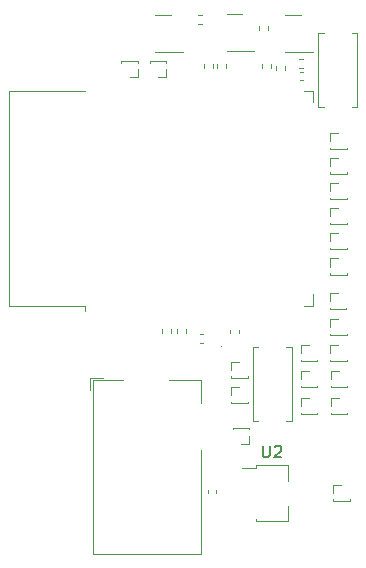
<source format=gbr>
G04 #@! TF.GenerationSoftware,KiCad,Pcbnew,7.0.1-0*
G04 #@! TF.CreationDate,2025-03-17T17:28:37+01:00*
G04 #@! TF.ProjectId,LED-Controller,4c45442d-436f-46e7-9472-6f6c6c65722e,rev?*
G04 #@! TF.SameCoordinates,Original*
G04 #@! TF.FileFunction,Legend,Top*
G04 #@! TF.FilePolarity,Positive*
%FSLAX46Y46*%
G04 Gerber Fmt 4.6, Leading zero omitted, Abs format (unit mm)*
G04 Created by KiCad (PCBNEW 7.0.1-0) date 2025-03-17 17:28:37*
%MOMM*%
%LPD*%
G01*
G04 APERTURE LIST*
%ADD10C,0.150000*%
%ADD11C,0.120000*%
%ADD12C,0.100000*%
G04 APERTURE END LIST*
D10*
G04 #@! TO.C,U2*
X160680495Y-121540219D02*
X160680495Y-122349742D01*
X160680495Y-122349742D02*
X160728114Y-122444980D01*
X160728114Y-122444980D02*
X160775733Y-122492600D01*
X160775733Y-122492600D02*
X160870971Y-122540219D01*
X160870971Y-122540219D02*
X161061447Y-122540219D01*
X161061447Y-122540219D02*
X161156685Y-122492600D01*
X161156685Y-122492600D02*
X161204304Y-122444980D01*
X161204304Y-122444980D02*
X161251923Y-122349742D01*
X161251923Y-122349742D02*
X161251923Y-121540219D01*
X161680495Y-121635457D02*
X161728114Y-121587838D01*
X161728114Y-121587838D02*
X161823352Y-121540219D01*
X161823352Y-121540219D02*
X162061447Y-121540219D01*
X162061447Y-121540219D02*
X162156685Y-121587838D01*
X162156685Y-121587838D02*
X162204304Y-121635457D01*
X162204304Y-121635457D02*
X162251923Y-121730695D01*
X162251923Y-121730695D02*
X162251923Y-121825933D01*
X162251923Y-121825933D02*
X162204304Y-121968790D01*
X162204304Y-121968790D02*
X161632876Y-122540219D01*
X161632876Y-122540219D02*
X162251923Y-122540219D01*
D11*
X158942400Y-123447600D02*
X160082400Y-123447600D01*
X162802400Y-127937600D02*
X160082400Y-127937600D01*
X160082400Y-127937600D02*
X160082400Y-127707600D01*
X160082400Y-123217600D02*
X162802400Y-123217600D01*
X160082400Y-123217600D02*
X160082400Y-123447600D01*
X162802400Y-123217600D02*
X162802400Y-124527600D01*
X162802400Y-126627600D02*
X162802400Y-127937600D01*
D12*
G04 #@! TO.C,SW1*
X159816800Y-119481600D02*
X160274000Y-119481600D01*
X163118800Y-119481600D02*
X162610800Y-119481600D01*
X163118800Y-119481600D02*
X163118800Y-113182400D01*
X159816800Y-113182400D02*
X159816800Y-119481600D01*
X160274000Y-113182400D02*
X159816800Y-113182400D01*
X163118800Y-113182400D02*
X162610800Y-113182400D01*
G04 #@! TO.C,SW2*
X168656000Y-86608400D02*
X168198800Y-86608400D01*
X165354000Y-86608400D02*
X165862000Y-86608400D01*
X165354000Y-86608400D02*
X165354000Y-92907600D01*
X168656000Y-92907600D02*
X168656000Y-86608400D01*
X168198800Y-92907600D02*
X168656000Y-92907600D01*
X165354000Y-92907600D02*
X165862000Y-92907600D01*
D11*
G04 #@! TO.C,R5*
X161773600Y-89728021D02*
X161773600Y-89392779D01*
X162533600Y-89728021D02*
X162533600Y-89392779D01*
G04 #@! TO.C,J22*
X166386200Y-95758000D02*
X166386200Y-95073000D01*
X166386200Y-96443000D02*
X167776200Y-96443000D01*
X167689476Y-96443000D02*
X167776200Y-96443000D01*
X166386200Y-96443000D02*
X166386200Y-96318000D01*
X166386200Y-95073000D02*
X167081200Y-95073000D01*
X166386200Y-96443000D02*
X166472924Y-96443000D01*
X167776200Y-96443000D02*
X167776200Y-96318000D01*
G04 #@! TO.C,J11*
X167827000Y-118896600D02*
X167827000Y-118771600D01*
X166437000Y-118896600D02*
X166523724Y-118896600D01*
X166437000Y-117526600D02*
X167132000Y-117526600D01*
X166437000Y-118896600D02*
X166437000Y-118771600D01*
X167740276Y-118896600D02*
X167827000Y-118896600D01*
X166437000Y-118896600D02*
X167827000Y-118896600D01*
X166437000Y-118211600D02*
X166437000Y-117526600D01*
G04 #@! TO.C,J19*
X167776200Y-100659400D02*
X167776200Y-100534400D01*
X166386200Y-100659400D02*
X166472924Y-100659400D01*
X166386200Y-99289400D02*
X167081200Y-99289400D01*
X166386200Y-100659400D02*
X166386200Y-100534400D01*
X167689476Y-100659400D02*
X167776200Y-100659400D01*
X166386200Y-100659400D02*
X167776200Y-100659400D01*
X166386200Y-99974400D02*
X166386200Y-99289400D01*
G04 #@! TO.C,J25*
X159394200Y-117931400D02*
X159394200Y-117806400D01*
X158004200Y-117931400D02*
X158090924Y-117931400D01*
X158004200Y-116561400D02*
X158699200Y-116561400D01*
X158004200Y-117931400D02*
X158004200Y-117806400D01*
X159307476Y-117931400D02*
X159394200Y-117931400D01*
X158004200Y-117931400D02*
X159394200Y-117931400D01*
X158004200Y-117246400D02*
X158004200Y-116561400D01*
G04 #@! TO.C,J24*
X159394200Y-115797800D02*
X159394200Y-115672800D01*
X158004200Y-115797800D02*
X158090924Y-115797800D01*
X158004200Y-114427800D02*
X158699200Y-114427800D01*
X158004200Y-115797800D02*
X158004200Y-115672800D01*
X159307476Y-115797800D02*
X159394200Y-115797800D01*
X158004200Y-115797800D02*
X159394200Y-115797800D01*
X158004200Y-115112800D02*
X158004200Y-114427800D01*
G04 #@! TO.C,J23*
X167776200Y-98525800D02*
X167776200Y-98400800D01*
X166386200Y-98525800D02*
X166472924Y-98525800D01*
X166386200Y-97155800D02*
X167081200Y-97155800D01*
X166386200Y-98525800D02*
X166386200Y-98400800D01*
X167689476Y-98525800D02*
X167776200Y-98525800D01*
X166386200Y-98525800D02*
X167776200Y-98525800D01*
X166386200Y-97840800D02*
X166386200Y-97155800D01*
G04 #@! TO.C,J21*
X167776200Y-107060200D02*
X167776200Y-106935200D01*
X166386200Y-107060200D02*
X166472924Y-107060200D01*
X166386200Y-105690200D02*
X167081200Y-105690200D01*
X166386200Y-107060200D02*
X166386200Y-106935200D01*
X167689476Y-107060200D02*
X167776200Y-107060200D01*
X166386200Y-107060200D02*
X167776200Y-107060200D01*
X166386200Y-106375200D02*
X166386200Y-105690200D01*
G04 #@! TO.C,J20*
X167776200Y-104926600D02*
X167776200Y-104801600D01*
X166386200Y-104926600D02*
X166472924Y-104926600D01*
X166386200Y-103556600D02*
X167081200Y-103556600D01*
X166386200Y-104926600D02*
X166386200Y-104801600D01*
X167689476Y-104926600D02*
X167776200Y-104926600D01*
X166386200Y-104926600D02*
X167776200Y-104926600D01*
X166386200Y-104241600D02*
X166386200Y-103556600D01*
G04 #@! TO.C,J18*
X166386200Y-102108000D02*
X166386200Y-101423000D01*
X166386200Y-102793000D02*
X167776200Y-102793000D01*
X167689476Y-102793000D02*
X167776200Y-102793000D01*
X166386200Y-102793000D02*
X166386200Y-102668000D01*
X166386200Y-101423000D02*
X167081200Y-101423000D01*
X166386200Y-102793000D02*
X166472924Y-102793000D01*
X167776200Y-102793000D02*
X167776200Y-102668000D01*
G04 #@! TO.C,J17*
X167725400Y-110006600D02*
X167725400Y-109881600D01*
X166335400Y-110006600D02*
X166422124Y-110006600D01*
X166335400Y-108636600D02*
X167030400Y-108636600D01*
X166335400Y-110006600D02*
X166335400Y-109881600D01*
X167638676Y-110006600D02*
X167725400Y-110006600D01*
X166335400Y-110006600D02*
X167725400Y-110006600D01*
X166335400Y-109321600D02*
X166335400Y-108636600D01*
G04 #@! TO.C,J16*
X167776200Y-112191000D02*
X167776200Y-112066000D01*
X166386200Y-112191000D02*
X166472924Y-112191000D01*
X166386200Y-110821000D02*
X167081200Y-110821000D01*
X166386200Y-112191000D02*
X166386200Y-112066000D01*
X167689476Y-112191000D02*
X167776200Y-112191000D01*
X166386200Y-112191000D02*
X167776200Y-112191000D01*
X166386200Y-111506000D02*
X166386200Y-110821000D01*
G04 #@! TO.C,J15*
X167776200Y-114375400D02*
X167776200Y-114250400D01*
X166386200Y-114375400D02*
X166472924Y-114375400D01*
X166386200Y-113005400D02*
X167081200Y-113005400D01*
X166386200Y-114375400D02*
X166386200Y-114250400D01*
X167689476Y-114375400D02*
X167776200Y-114375400D01*
X166386200Y-114375400D02*
X167776200Y-114375400D01*
X166386200Y-113690400D02*
X166386200Y-113005400D01*
G04 #@! TO.C,J14*
X163897000Y-113690400D02*
X163897000Y-113005400D01*
X163897000Y-114375400D02*
X165287000Y-114375400D01*
X165200276Y-114375400D02*
X165287000Y-114375400D01*
X163897000Y-114375400D02*
X163897000Y-114250400D01*
X163897000Y-113005400D02*
X164592000Y-113005400D01*
X163897000Y-114375400D02*
X163983724Y-114375400D01*
X165287000Y-114375400D02*
X165287000Y-114250400D01*
G04 #@! TO.C,J13*
X167827000Y-116610600D02*
X167827000Y-116485600D01*
X166437000Y-116610600D02*
X166523724Y-116610600D01*
X166437000Y-115240600D02*
X167132000Y-115240600D01*
X166437000Y-116610600D02*
X166437000Y-116485600D01*
X167740276Y-116610600D02*
X167827000Y-116610600D01*
X166437000Y-116610600D02*
X167827000Y-116610600D01*
X166437000Y-115925600D02*
X166437000Y-115240600D01*
G04 #@! TO.C,J12*
X165287000Y-116610600D02*
X165287000Y-116485600D01*
X163897000Y-116610600D02*
X163983724Y-116610600D01*
X163897000Y-115240600D02*
X164592000Y-115240600D01*
X163897000Y-116610600D02*
X163897000Y-116485600D01*
X165200276Y-116610600D02*
X165287000Y-116610600D01*
X163897000Y-116610600D02*
X165287000Y-116610600D01*
X163897000Y-115925600D02*
X163897000Y-115240600D01*
G04 #@! TO.C,J5*
X163897000Y-118211600D02*
X163897000Y-117526600D01*
X163897000Y-118896600D02*
X165287000Y-118896600D01*
X165200276Y-118896600D02*
X165287000Y-118896600D01*
X163897000Y-118896600D02*
X163897000Y-118771600D01*
X163897000Y-117526600D02*
X164592000Y-117526600D01*
X163897000Y-118896600D02*
X163983724Y-118896600D01*
X165287000Y-118896600D02*
X165287000Y-118771600D01*
G04 #@! TO.C,Q3*
X163243500Y-85104800D02*
X162593500Y-85104800D01*
X163243500Y-85104800D02*
X163893500Y-85104800D01*
X163243500Y-88224800D02*
X162593500Y-88224800D01*
X163243500Y-88224800D02*
X164918500Y-88224800D01*
G04 #@! TO.C,Q2*
X152219900Y-88224800D02*
X153894900Y-88224800D01*
X152219900Y-88224800D02*
X151569900Y-88224800D01*
X152219900Y-85104800D02*
X152869900Y-85104800D01*
X152219900Y-85104800D02*
X151569900Y-85104800D01*
G04 #@! TO.C,R9*
X153442400Y-112007921D02*
X153442400Y-111672679D01*
X154202400Y-112007921D02*
X154202400Y-111672679D01*
G04 #@! TO.C,R4*
X155178779Y-85065600D02*
X155514021Y-85065600D01*
X155178779Y-85825600D02*
X155514021Y-85825600D01*
G04 #@! TO.C,U1*
X139227000Y-109716400D02*
X145642000Y-109716400D01*
X139227000Y-109716400D02*
X139227000Y-91476400D01*
X145642000Y-109716400D02*
X145642000Y-110096400D01*
X164187000Y-109716400D02*
X164967000Y-109716400D01*
X164967000Y-109716400D02*
X164967000Y-108716400D01*
X139227000Y-91476400D02*
X145642000Y-91476400D01*
X164187000Y-91476400D02*
X164967000Y-91476400D01*
X164967000Y-91476400D02*
X164967000Y-92476400D01*
G04 #@! TO.C,J8*
X152485400Y-90347000D02*
X151790400Y-90347000D01*
X152485400Y-89662000D02*
X152485400Y-90347000D01*
X152485400Y-88977000D02*
X152485400Y-89102000D01*
X152485400Y-88977000D02*
X152398676Y-88977000D01*
X152485400Y-88977000D02*
X151095400Y-88977000D01*
X151182124Y-88977000D02*
X151095400Y-88977000D01*
X151095400Y-88977000D02*
X151095400Y-89102000D01*
G04 #@! TO.C,C1*
X155614635Y-112831200D02*
X155382965Y-112831200D01*
X155614635Y-112111200D02*
X155382965Y-112111200D01*
G04 #@! TO.C,J7*
X150097800Y-90347000D02*
X149402800Y-90347000D01*
X150097800Y-89662000D02*
X150097800Y-90347000D01*
X150097800Y-88977000D02*
X150097800Y-89102000D01*
X150097800Y-88977000D02*
X150011076Y-88977000D01*
X150097800Y-88977000D02*
X148707800Y-88977000D01*
X148794524Y-88977000D02*
X148707800Y-88977000D01*
X148707800Y-88977000D02*
X148707800Y-89102000D01*
G04 #@! TO.C,J1*
X147126000Y-115790800D02*
X146076000Y-115790800D01*
X155476000Y-115990800D02*
X155476000Y-117890800D01*
X152776000Y-115990800D02*
X155476000Y-115990800D01*
X146276000Y-115990800D02*
X148876000Y-115990800D01*
X146076000Y-116840800D02*
X146076000Y-115790800D01*
X155476000Y-121890800D02*
X155476000Y-130690800D01*
X155476000Y-130690800D02*
X146276000Y-130690800D01*
X146276000Y-130690800D02*
X146276000Y-115990800D01*
G04 #@! TO.C,J9*
X159546600Y-121385800D02*
X158851600Y-121385800D01*
X159546600Y-120700800D02*
X159546600Y-121385800D01*
X159546600Y-120015800D02*
X159546600Y-120140800D01*
X159546600Y-120015800D02*
X159459876Y-120015800D01*
X159546600Y-120015800D02*
X158156600Y-120015800D01*
X158243324Y-120015800D02*
X158156600Y-120015800D01*
X158156600Y-120015800D02*
X158156600Y-120140800D01*
G04 #@! TO.C,R7*
X152172400Y-112007921D02*
X152172400Y-111672679D01*
X152932400Y-112007921D02*
X152932400Y-111672679D01*
G04 #@! TO.C,R3*
X155728400Y-89575621D02*
X155728400Y-89240379D01*
X156488400Y-89575621D02*
X156488400Y-89240379D01*
G04 #@! TO.C,R2*
X160351200Y-86324421D02*
X160351200Y-85989179D01*
X161111200Y-86324421D02*
X161111200Y-85989179D01*
G04 #@! TO.C,R1*
X156795200Y-89575621D02*
X156795200Y-89240379D01*
X157555200Y-89575621D02*
X157555200Y-89240379D01*
G04 #@! TO.C,C4*
X156722400Y-125309365D02*
X156722400Y-125541035D01*
X156002400Y-125309365D02*
X156002400Y-125541035D01*
G04 #@! TO.C,R8*
X163763979Y-88824800D02*
X164099221Y-88824800D01*
X163763979Y-89584800D02*
X164099221Y-89584800D01*
D12*
G04 #@! TO.C,D1*
X157225200Y-113126600D02*
G75*
G03*
X157225200Y-113126600I-50000J0D01*
G01*
D11*
G04 #@! TO.C,R6*
X160605200Y-89575621D02*
X160605200Y-89240379D01*
X161365200Y-89575621D02*
X161365200Y-89240379D01*
G04 #@! TO.C,J10*
X166640200Y-124841800D02*
X167335200Y-124841800D01*
X166640200Y-125526800D02*
X166640200Y-124841800D01*
X166640200Y-126211800D02*
X166640200Y-126086800D01*
X166640200Y-126211800D02*
X166726924Y-126211800D01*
X166640200Y-126211800D02*
X168030200Y-126211800D01*
X167943476Y-126211800D02*
X168030200Y-126211800D01*
X168030200Y-126211800D02*
X168030200Y-126086800D01*
G04 #@! TO.C,C3*
X163815765Y-89860800D02*
X164047435Y-89860800D01*
X163815765Y-90580800D02*
X164047435Y-90580800D01*
G04 #@! TO.C,C2*
X158652800Y-111986135D02*
X158652800Y-111754465D01*
X157932800Y-111986135D02*
X157932800Y-111754465D01*
G04 #@! TO.C,Q1*
X158265100Y-88123200D02*
X159940100Y-88123200D01*
X158265100Y-88123200D02*
X157615100Y-88123200D01*
X158265100Y-85003200D02*
X158915100Y-85003200D01*
X158265100Y-85003200D02*
X157615100Y-85003200D01*
G04 #@! TD*
M02*

</source>
